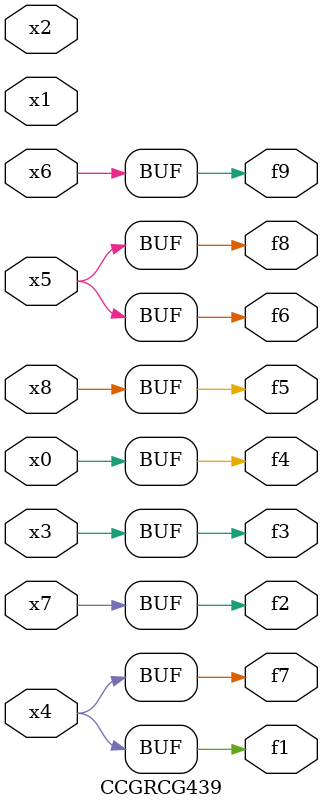
<source format=v>
module CCGRCG439(
	input x0, x1, x2, x3, x4, x5, x6, x7, x8,
	output f1, f2, f3, f4, f5, f6, f7, f8, f9
);
	assign f1 = x4;
	assign f2 = x7;
	assign f3 = x3;
	assign f4 = x0;
	assign f5 = x8;
	assign f6 = x5;
	assign f7 = x4;
	assign f8 = x5;
	assign f9 = x6;
endmodule

</source>
